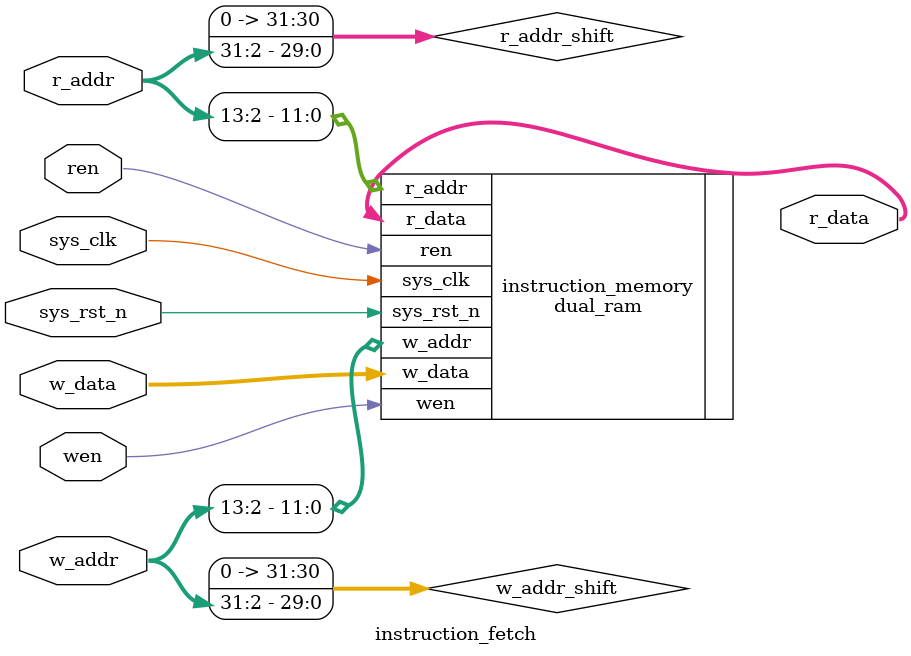
<source format=v>
module instruction_fetch (
    input wire sys_clk,
    input wire sys_rst_n,
    input wire wen,
    input wire [31:0] w_addr,
    input wire [31:0] w_data,
    input wire ren,
    input wire [31:0] r_addr,
    output wire [31:0] r_data
);

    wire [31:0] w_addr_shift;
    wire [31:0] r_addr_shift;

    // inst_mem[0, 1, 2, 3,...]
    assign w_addr_shift = w_addr >> 2;
    assign r_addr_shift = r_addr >> 2;

    dual_ram #(
        .DATA_WIDTH(32),
        .ADDR_WIDTH(12),
        .MEM_BLOCKS(4096)
    ) instruction_memory (
        .sys_clk(sys_clk),
        .sys_rst_n(sys_rst_n),
        .wen(wen),
        .w_addr(w_addr_shift[11:0]),
        .w_data(w_data),
        .ren(ren),
        .r_addr(r_addr_shift[11:0]),
        .r_data(r_data)
    );
    
endmodule
</source>
